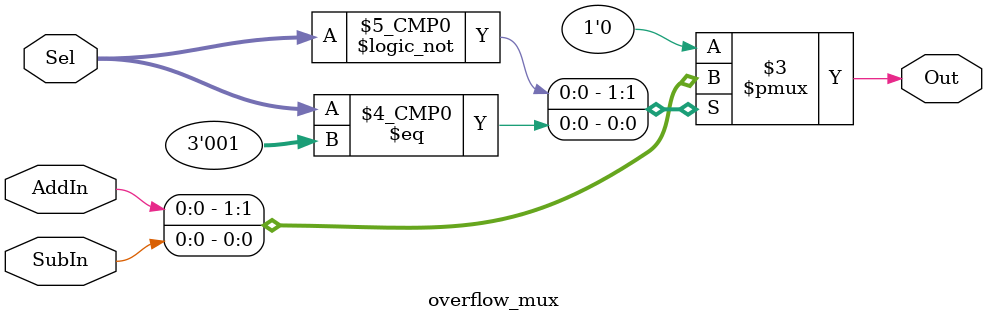
<source format=v>
`timescale 1ns / 1ps

module overflow_mux (Out, Sel, AddIn, SubIn); 

	//The two 2-bit input of the Mux
	input  AddIn, SubIn;
	input [2:0] Sel; //The selection line 
	output reg Out; //The single 2-bit output line of the Mux 


	//This always statement check the state of the input lines 
	always @ (AddIn or SubIn or Sel) begin 
		case (Sel) 
			3'b000 : Out = AddIn; 
			3'b001 : Out = SubIn; 
			default : Out = 1'b0; 
			//If input is undefined then output is undefined 
		endcase 
	end  

endmodule
</source>
